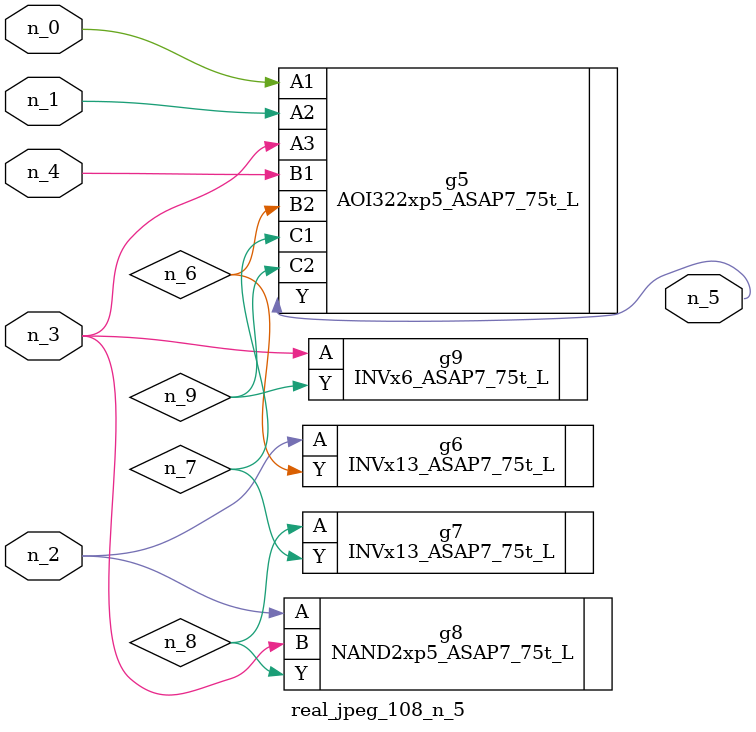
<source format=v>
module real_jpeg_108_n_5 (n_4, n_0, n_1, n_2, n_3, n_5);

input n_4;
input n_0;
input n_1;
input n_2;
input n_3;

output n_5;

wire n_8;
wire n_6;
wire n_7;
wire n_9;

AOI322xp5_ASAP7_75t_L g5 ( 
.A1(n_0),
.A2(n_1),
.A3(n_3),
.B1(n_4),
.B2(n_6),
.C1(n_7),
.C2(n_9),
.Y(n_5)
);

INVx13_ASAP7_75t_L g6 ( 
.A(n_2),
.Y(n_6)
);

NAND2xp5_ASAP7_75t_L g8 ( 
.A(n_2),
.B(n_3),
.Y(n_8)
);

INVx6_ASAP7_75t_L g9 ( 
.A(n_3),
.Y(n_9)
);

INVx13_ASAP7_75t_L g7 ( 
.A(n_8),
.Y(n_7)
);


endmodule
</source>
